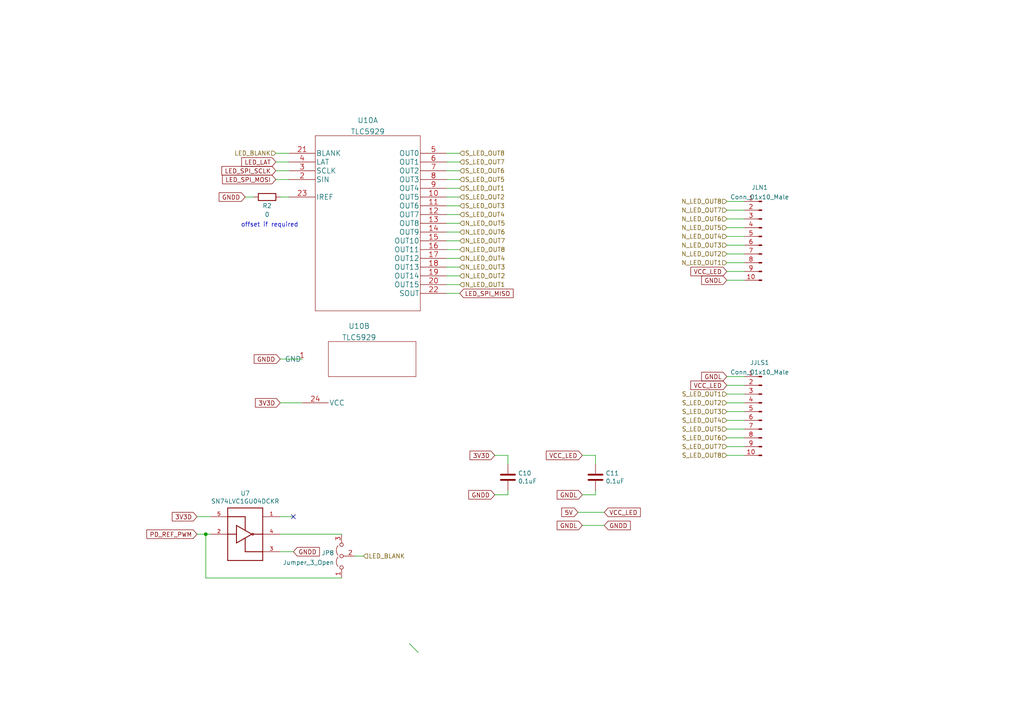
<source format=kicad_sch>
(kicad_sch (version 20211123) (generator eeschema)
  (paper "A4")
  (lib_symbols
    (symbol "Connector:Conn_01x10_Male" (pin_names (offset 1.016) hide)
      (property "Reference" "J" (at 0 12.7 0))
      (property "Value" "Conn_01x10_Male" (at 0 -15.24 0))
      (symbol "Conn_01x10_Male_1_1"
        (polyline (pts (xy 1.27 -12.7) (xy 0.8636 -12.7)) (stroke (width 0.1524)))
        (polyline (pts (xy 1.27 -10.16) (xy 0.8636 -10.16)) (stroke (width 0.1524)))
        (polyline (pts (xy 1.27 -7.62) (xy 0.8636 -7.62)) (stroke (width 0.1524)))
        (polyline (pts (xy 1.27 -5.08) (xy 0.8636 -5.08)) (stroke (width 0.1524)))
        (polyline (pts (xy 1.27 -2.54) (xy 0.8636 -2.54)) (stroke (width 0.1524)))
        (polyline (pts (xy 1.27 0) (xy 0.8636 0)) (stroke (width 0.1524)))
        (polyline (pts (xy 1.27 2.54) (xy 0.8636 2.54)) (stroke (width 0.1524)))
        (polyline (pts (xy 1.27 5.08) (xy 0.8636 5.08)) (stroke (width 0.1524)))
        (polyline (pts (xy 1.27 7.62) (xy 0.8636 7.62)) (stroke (width 0.1524)))
        (polyline (pts (xy 1.27 10.16) (xy 0.8636 10.16)) (stroke (width 0.1524)))
        (rectangle (start 0.8636 -12.573) (end 0 -12.827) (stroke (width 0.1524)) (fill (type outline)))
        (rectangle (start 0.8636 -10.033) (end 0 -10.287) (stroke (width 0.1524)) (fill (type outline)))
        (rectangle (start 0.8636 -7.493) (end 0 -7.747) (stroke (width 0.1524)) (fill (type outline)))
        (rectangle (start 0.8636 -4.953) (end 0 -5.207) (stroke (width 0.1524)) (fill (type outline)))
        (rectangle (start 0.8636 -2.413) (end 0 -2.667) (stroke (width 0.1524)) (fill (type outline)))
        (rectangle (start 0.8636 0.127) (end 0 -0.127) (stroke (width 0.1524)) (fill (type outline)))
        (rectangle (start 0.8636 2.667) (end 0 2.413) (stroke (width 0.1524)) (fill (type outline)))
        (rectangle (start 0.8636 5.207) (end 0 4.953) (stroke (width 0.1524)) (fill (type outline)))
        (rectangle (start 0.8636 7.747) (end 0 7.493) (stroke (width 0.1524)) (fill (type outline)))
        (rectangle (start 0.8636 10.287) (end 0 10.033) (stroke (width 0.1524)) (fill (type outline)))
        (pin passive line (at 5.08 10.16 180) (length 3.81) (name "Pin_1") (number "1"))
        (pin passive line (at 5.08 -12.7 180) (length 3.81) (name "Pin_10") (number "10"))
        (pin passive line (at 5.08 7.62 180) (length 3.81) (name "Pin_2") (number "2"))
        (pin passive line (at 5.08 5.08 180) (length 3.81) (name "Pin_3") (number "3"))
        (pin passive line (at 5.08 2.54 180) (length 3.81) (name "Pin_4") (number "4"))
        (pin passive line (at 5.08 0 180) (length 3.81) (name "Pin_5") (number "5"))
        (pin passive line (at 5.08 -2.54 180) (length 3.81) (name "Pin_6") (number "6"))
        (pin passive line (at 5.08 -5.08 180) (length 3.81) (name "Pin_7") (number "7"))
        (pin passive line (at 5.08 -7.62 180) (length 3.81) (name "Pin_8") (number "8"))
        (pin passive line (at 5.08 -10.16 180) (length 3.81) (name "Pin_9") (number "9"))
      )
    )
    (symbol "Device:C" (pin_numbers hide) (pin_names (offset 0.254))
      (property "Reference" "C" (at 0.635 2.54 0))
      (property "Value" "C" (at 0.635 -2.54 0))
      (symbol "C_0_1"
        (polyline (pts (xy -2.032 -0.762) (xy 2.032 -0.762)) (stroke (width 0.508)))
        (polyline (pts (xy -2.032 0.762) (xy 2.032 0.762)) (stroke (width 0.508)))
      )
      (symbol "C_1_1"
        (pin passive line (at 0 3.81 270) (length 2.794) (name "~") (number "1"))
        (pin passive line (at 0 -3.81 90) (length 2.794) (name "~") (number "2"))
      )
    )
    (symbol "Device:R" (pin_numbers hide) (pin_names (offset 0))
      (property "Reference" "R" (at 2.032 0 90))
      (property "Value" "R" (at 0 0 90))
      (symbol "R_0_1"
        (rectangle (start -1.016 -2.54) (end 1.016 2.54) (stroke (width 0.254)))
      )
      (symbol "R_1_1"
        (pin passive line (at 0 3.81 270) (length 1.27) (name "~") (number "1"))
        (pin passive line (at 0 -3.81 90) (length 1.27) (name "~") (number "2"))
      )
    )
    (symbol "Jumper:Jumper_3_Open" (pin_names (offset 0) hide)
      (property "Reference" "JP" (at -2.54 -2.54 0))
      (property "Value" "Jumper_3_Open" (at 0 2.794 0))
      (symbol "Jumper_3_Open_0_0"
        (circle (center -3.302 0) (radius 0.508))
        (circle (center 0 0) (radius 0.508))
        (circle (center 3.302 0) (radius 0.508))
      )
      (symbol "Jumper_3_Open_0_1"
        (arc (start -0.254 1.016) (mid -1.651 1.4992) (end -3.048 1.016))
        (polyline (pts (xy 0 -0.508) (xy 0 -1.27)))
        (arc (start 3.048 1.016) (mid 1.651 1.4992) (end 0.254 1.016))
      )
      (symbol "Jumper_3_Open_1_1"
        (pin passive line (at -6.35 0 0) (length 2.54) (name "A") (number "1"))
        (pin input line (at 0 -3.81 90) (length 2.54) (name "C") (number "2"))
        (pin passive line (at 6.35 0 180) (length 2.54) (name "B") (number "3"))
      )
    )
    (symbol "Ninja-qPCR:SN74LVC1G04DBVR" (pin_names (offset 1.016) hide)
      (property "Reference" "U" (at -5.08 8.6106 0))
      (property "Value" "Ninja-qPCR_SN74LVC1G04DBVR" (at -5.08 -10.16 0))
      (symbol "SN74LVC1G04DBVR_0_0"
        (polyline (pts (xy -5.08 -7.62) (xy 5.08 -7.62)) (stroke (width 0.254)))
        (polyline (pts (xy -5.08 0) (xy -2.54 0)) (stroke (width 0.254)))
        (polyline (pts (xy -5.08 5.08) (xy 0 5.08)) (stroke (width 0.254)))
        (polyline (pts (xy -5.08 7.62) (xy -5.08 -7.62)) (stroke (width 0.254)))
        (polyline (pts (xy -2.54 -2.54) (xy -2.54 0)) (stroke (width 0.254)))
        (polyline (pts (xy -2.54 0) (xy -2.54 2.54)) (stroke (width 0.254)))
        (polyline (pts (xy -2.54 2.54) (xy 1.905 0)) (stroke (width 0.254)))
        (polyline (pts (xy 0 -5.08) (xy 5.08 -5.08)) (stroke (width 0.254)))
        (polyline (pts (xy 0 -1.143) (xy 0 -5.08)) (stroke (width 0.254)))
        (polyline (pts (xy 0 5.08) (xy 0 1.143)) (stroke (width 0.254)))
        (polyline (pts (xy 1.905 0) (xy -2.54 -2.54)) (stroke (width 0.254)))
        (polyline (pts (xy 2.54 0) (xy 5.08 0)) (stroke (width 0.254)))
        (polyline (pts (xy 5.08 -7.62) (xy 5.08 7.62)) (stroke (width 0.254)))
        (polyline (pts (xy 5.08 7.62) (xy -5.08 7.62)) (stroke (width 0.254)))
        (circle (center 2.1844 0) (radius 0.254) (stroke (width 0.254)))
        (pin passive line (at 10.16 5.08 180) (length 5.08) (name "~") (number "1"))
        (pin input line (at -10.16 0 0) (length 5.08) (name "~") (number "2"))
        (pin power_in line (at 10.16 -5.08 180) (length 5.08) (name "~") (number "3"))
        (pin output line (at 10.16 0 180) (length 5.08) (name "~") (number "4"))
        (pin power_in line (at -10.16 5.08 0) (length 5.08) (name "~") (number "5"))
      )
    )
    (symbol "Ninja-qPCR:TLC5929" (pin_names (offset 0.254))
      (property "Reference" "U" (at 22.86 10.16 0))
      (property "Value" "TLC5929" (at 22.86 7.62 0))
      (symbol "TLC5929_1_1"
        (polyline (pts (xy 7.62 -45.72) (xy 38.1 -45.72)) (stroke (width 0.127)))
        (polyline (pts (xy 7.62 5.08) (xy 7.62 -45.72)) (stroke (width 0.127)))
        (polyline (pts (xy 38.1 -45.72) (xy 38.1 5.08)) (stroke (width 0.127)))
        (polyline (pts (xy 38.1 5.08) (xy 7.62 5.08)) (stroke (width 0.127)))
        (pin output line (at 45.72 -12.7 180) (length 7.62) (name "OUT5") (number "10"))
        (pin output line (at 45.72 -15.24 180) (length 7.62) (name "OUT6") (number "11"))
        (pin output line (at 45.72 -17.78 180) (length 7.62) (name "OUT7") (number "12"))
        (pin output line (at 45.72 -20.32 180) (length 7.62) (name "OUT8") (number "13"))
        (pin output line (at 45.72 -22.86 180) (length 7.62) (name "OUT9") (number "14"))
        (pin output line (at 45.72 -25.4 180) (length 7.62) (name "OUT10") (number "15"))
        (pin output line (at 45.72 -27.94 180) (length 7.62) (name "OUT11") (number "16"))
        (pin output line (at 45.72 -30.48 180) (length 7.62) (name "OUT12") (number "17"))
        (pin output line (at 45.72 -33.02 180) (length 7.62) (name "OUT13") (number "18"))
        (pin output line (at 45.72 -35.56 180) (length 7.62) (name "OUT14") (number "19"))
        (pin input line (at 0 -7.62 0) (length 7.62) (name "SIN") (number "2"))
        (pin output line (at 45.72 -38.1 180) (length 7.62) (name "OUT15") (number "20"))
        (pin input line (at 0 0 0) (length 7.62) (name "BLANK") (number "21"))
        (pin output line (at 45.72 -40.64 180) (length 7.62) (name "SOUT") (number "22"))
        (pin bidirectional line (at 0 -12.7 0) (length 7.62) (name "IREF") (number "23"))
        (pin input line (at 0 -5.08 0) (length 7.62) (name "SCLK") (number "3"))
        (pin input line (at 0 -2.54 0) (length 7.62) (name "LAT") (number "4"))
        (pin output line (at 45.72 0 180) (length 7.62) (name "OUT0") (number "5"))
        (pin output line (at 45.72 -2.54 180) (length 7.62) (name "OUT1") (number "6"))
        (pin output line (at 45.72 -5.08 180) (length 7.62) (name "OUT2") (number "7"))
        (pin output line (at 45.72 -7.62 180) (length 7.62) (name "OUT3") (number "8"))
        (pin output line (at 45.72 -10.16 180) (length 7.62) (name "OUT4") (number "9"))
      )
      (symbol "TLC5929_2_1"
        (polyline (pts (xy 7.62 -5.08) (xy 33.02 -5.08)) (stroke (width 0.127)))
        (polyline (pts (xy 7.62 5.08) (xy 7.62 -5.08)) (stroke (width 0.127)))
        (polyline (pts (xy 33.02 -5.08) (xy 33.02 5.08)) (stroke (width 0.127)))
        (polyline (pts (xy 33.02 5.08) (xy 7.62 5.08)) (stroke (width 0.127)))
        (pin power_in line (at 0 0 180) (length 0) (name "GND") (number "1"))
        (pin power_in line (at 0 -12.7 0) (length 7.62) (name "VCC") (number "24"))
      )
    )
  )
  (junction (at 59.69 154.94))
  (no_connect (at 85.09 149.86))
  (bus_entry (at 118.745 186.69) (size 2.54 2.54))
  (wire (pts (xy 147.32 134.62) (xy 147.32 132.08)))
  (wire (pts (xy 129.54 64.77) (xy 133.35 64.77)))
  (wire (pts (xy 129.54 59.69) (xy 133.35 59.69)))
  (wire (pts (xy 215.9 121.92) (xy 210.82 121.92)))
  (wire (pts (xy 102.87 161.29) (xy 105.41 161.29)))
  (wire (pts (xy 129.54 49.53) (xy 133.35 49.53)))
  (wire (pts (xy 168.91 152.4) (xy 175.26 152.4)))
  (wire (pts (xy 215.9 81.28) (xy 210.82 81.28)))
  (wire (pts (xy 81.28 154.94) (xy 99.06 154.94)))
  (wire (pts (xy 85.09 160.02) (xy 81.28 160.02)))
  (wire (pts (xy 129.54 54.61) (xy 133.35 54.61)))
  (wire (pts (xy 168.91 143.51) (xy 172.72 143.51)))
  (wire (pts (xy 81.28 116.84) (xy 87.63 116.84)))
  (wire (pts (xy 80.01 52.07) (xy 83.82 52.07)))
  (wire (pts (xy 215.9 111.76) (xy 210.82 111.76)))
  (wire (pts (xy 80.01 44.45) (xy 83.82 44.45)))
  (wire (pts (xy 85.09 149.86) (xy 81.28 149.86)))
  (wire (pts (xy 215.9 73.66) (xy 210.82 73.66)))
  (wire (pts (xy 80.01 49.53) (xy 83.82 49.53)))
  (wire (pts (xy 215.9 124.46) (xy 210.82 124.46)))
  (wire (pts (xy 129.54 80.01) (xy 133.35 80.01)))
  (wire (pts (xy 147.32 143.51) (xy 147.32 142.24)))
  (wire (pts (xy 129.54 62.23) (xy 133.35 62.23)))
  (wire (pts (xy 60.96 149.86) (xy 57.15 149.86)))
  (wire (pts (xy 215.9 78.74) (xy 210.82 78.74)))
  (wire (pts (xy 215.9 71.12) (xy 210.82 71.12)))
  (wire (pts (xy 129.54 69.85) (xy 133.35 69.85)))
  (wire (pts (xy 57.15 154.94) (xy 59.69 154.94)))
  (wire (pts (xy 71.12 57.15) (xy 73.66 57.15)))
  (wire (pts (xy 215.9 119.38) (xy 210.82 119.38)))
  (wire (pts (xy 215.9 58.42) (xy 210.82 58.42)))
  (wire (pts (xy 215.9 60.96) (xy 210.82 60.96)))
  (wire (pts (xy 129.54 57.15) (xy 133.35 57.15)))
  (wire (pts (xy 143.51 143.51) (xy 147.32 143.51)))
  (wire (pts (xy 81.28 104.14) (xy 87.63 104.14)))
  (wire (pts (xy 129.54 44.45) (xy 133.35 44.45)))
  (wire (pts (xy 129.54 52.07) (xy 133.35 52.07)))
  (wire (pts (xy 129.54 74.93) (xy 133.35 74.93)))
  (wire (pts (xy 215.9 132.08) (xy 210.82 132.08)))
  (wire (pts (xy 215.9 109.22) (xy 210.82 109.22)))
  (wire (pts (xy 215.9 114.3) (xy 210.82 114.3)))
  (wire (pts (xy 168.91 132.08) (xy 172.72 132.08)))
  (wire (pts (xy 167.64 148.59) (xy 175.26 148.59)))
  (wire (pts (xy 129.54 46.99) (xy 133.35 46.99)))
  (wire (pts (xy 129.54 72.39) (xy 133.35 72.39)))
  (wire (pts (xy 215.9 116.84) (xy 210.82 116.84)))
  (wire (pts (xy 99.06 167.64) (xy 59.69 167.64)))
  (wire (pts (xy 129.54 77.47) (xy 133.35 77.47)))
  (wire (pts (xy 83.82 57.15) (xy 81.28 57.15)))
  (wire (pts (xy 215.9 76.2) (xy 210.82 76.2)))
  (wire (pts (xy 215.9 129.54) (xy 210.82 129.54)))
  (wire (pts (xy 129.54 85.09) (xy 133.35 85.09)))
  (wire (pts (xy 147.32 132.08) (xy 143.51 132.08)))
  (wire (pts (xy 59.69 167.64) (xy 59.69 154.94)))
  (wire (pts (xy 215.9 68.58) (xy 210.82 68.58)))
  (wire (pts (xy 172.72 143.51) (xy 172.72 142.24)))
  (wire (pts (xy 59.69 154.94) (xy 60.96 154.94)))
  (wire (pts (xy 215.9 127) (xy 210.82 127)))
  (wire (pts (xy 129.54 67.31) (xy 133.35 67.31)))
  (wire (pts (xy 129.54 82.55) (xy 133.35 82.55)))
  (wire (pts (xy 215.9 66.04) (xy 210.82 66.04)))
  (wire (pts (xy 215.9 63.5) (xy 210.82 63.5)))
  (wire (pts (xy 172.72 132.08) (xy 172.72 134.62)))
  (wire (pts (xy 80.01 46.99) (xy 83.82 46.99)))
  (text "offset if required" (at 69.85 66.04 0) (effects (font (size 1.27 1.27)) (justify left bottom)))
  (global_label "VCC_LED" (shape input) (at 168.91 132.08 180) (property "Intersheet References" "${INTERSHEET_REFS}" (effects hide)))
  (global_label "GNDL" (shape input) (at 168.91 143.51 180) (property "Intersheet References" "${INTERSHEET_REFS}" (effects hide)))
  (global_label "3V3D" (shape input) (at 57.15 149.86 180) (property "Intersheet References" "${INTERSHEET_REFS}" (effects hide)))
  (global_label "VCC_LED" (shape input) (at 175.26 148.59 0) (property "Intersheet References" "${INTERSHEET_REFS}" (effects hide)))
  (global_label "GNDL" (shape input) (at 168.91 152.4 180) (property "Intersheet References" "${INTERSHEET_REFS}" (effects hide)))
  (global_label "LED_SPI_SCLK" (shape input) (at 80.01 49.53 180) (property "Intersheet References" "${INTERSHEET_REFS}" (effects hide)))
  (global_label "LED_SPI_MOSI" (shape input) (at 80.01 52.07 180) (property "Intersheet References" "${INTERSHEET_REFS}" (effects hide)))
  (global_label "GNDL" (shape input) (at 210.82 81.28 180) (property "Intersheet References" "${INTERSHEET_REFS}" (effects hide)))
  (global_label "LED_SPI_MISO" (shape input) (at 133.35 85.09 0) (property "Intersheet References" "${INTERSHEET_REFS}" (effects hide)))
  (global_label "GNDD" (shape input) (at 81.28 104.14 180) (property "Intersheet References" "${INTERSHEET_REFS}" (effects hide)))
  (global_label "5V" (shape input) (at 167.64 148.59 180) (property "Intersheet References" "${INTERSHEET_REFS}" (effects hide)))
  (global_label "GNDD" (shape input) (at 175.26 152.4 0) (property "Intersheet References" "${INTERSHEET_REFS}" (effects hide)))
  (global_label "GNDD" (shape input) (at 143.51 143.51 180) (property "Intersheet References" "${INTERSHEET_REFS}" (effects hide)))
  (global_label "3V3D" (shape input) (at 143.51 132.08 180) (property "Intersheet References" "${INTERSHEET_REFS}" (effects hide)))
  (global_label "VCC_LED" (shape input) (at 210.82 78.74 180) (property "Intersheet References" "${INTERSHEET_REFS}" (effects hide)))
  (global_label "PD_REF_PWM" (shape input) (at 57.15 154.94 180) (property "Intersheet References" "${INTERSHEET_REFS}" (effects hide)))
  (global_label "GNDD" (shape input) (at 85.09 160.02 0) (property "Intersheet References" "${INTERSHEET_REFS}" (effects hide)))
  (global_label "LED_LAT" (shape input) (at 80.01 46.99 180) (property "Intersheet References" "${INTERSHEET_REFS}" (effects hide)))
  (global_label "GNDL" (shape input) (at 210.82 109.22 180) (property "Intersheet References" "${INTERSHEET_REFS}" (effects hide)))
  (global_label "GNDD" (shape input) (at 71.12 57.15 180) (property "Intersheet References" "${INTERSHEET_REFS}" (effects hide)))
  (global_label "3V3D" (shape input) (at 81.28 116.84 180) (property "Intersheet References" "${INTERSHEET_REFS}" (effects hide)))
  (global_label "VCC_LED" (shape input) (at 210.82 111.76 180) (property "Intersheet References" "${INTERSHEET_REFS}" (effects hide)))
  (hierarchical_label "N_LED_OUT1" (shape input) (at 133.35 82.55 0))
  (hierarchical_label "S_LED_OUT1" (shape input) (at 133.35 54.61 0))
  (hierarchical_label "N_LED_OUT8" (shape input) (at 210.82 58.42 180))
  (hierarchical_label "S_LED_OUT2" (shape input) (at 133.35 57.15 0))
  (hierarchical_label "S_LED_OUT5" (shape input) (at 210.82 124.46 180))
  (hierarchical_label "S_LED_OUT8" (shape input) (at 133.35 44.45 0))
  (hierarchical_label "N_LED_OUT2" (shape input) (at 210.82 73.66 180))
  (hierarchical_label "S_LED_OUT6" (shape input) (at 210.82 127 180))
  (hierarchical_label "N_LED_OUT5" (shape input) (at 210.82 66.04 180))
  (hierarchical_label "N_LED_OUT8" (shape input) (at 133.35 72.39 0))
  (hierarchical_label "N_LED_OUT2" (shape input) (at 133.35 80.01 0))
  (hierarchical_label "LED_BLANK" (shape input) (at 105.41 161.29 0))
  (hierarchical_label "S_LED_OUT3" (shape input) (at 210.82 119.38 180))
  (hierarchical_label "N_LED_OUT3" (shape input) (at 133.35 77.47 0))
  (hierarchical_label "S_LED_OUT7" (shape input) (at 210.82 129.54 180))
  (hierarchical_label "N_LED_OUT6" (shape input) (at 210.82 63.5 180))
  (hierarchical_label "S_LED_OUT1" (shape input) (at 210.82 114.3 180))
  (hierarchical_label "S_LED_OUT4" (shape input) (at 210.82 121.92 180))
  (hierarchical_label "N_LED_OUT3" (shape input) (at 210.82 71.12 180))
  (hierarchical_label "S_LED_OUT4" (shape input) (at 133.35 62.23 0))
  (hierarchical_label "S_LED_OUT8" (shape input) (at 210.82 132.08 180))
  (hierarchical_label "S_LED_OUT6" (shape input) (at 133.35 49.53 0))
  (hierarchical_label "S_LED_OUT3" (shape input) (at 133.35 59.69 0))
  (hierarchical_label "N_LED_OUT1" (shape input) (at 210.82 76.2 180))
  (hierarchical_label "N_LED_OUT4" (shape input) (at 210.82 68.58 180))
  (hierarchical_label "N_LED_OUT5" (shape input) (at 133.35 64.77 0))
  (hierarchical_label "S_LED_OUT5" (shape input) (at 133.35 52.07 0))
  (hierarchical_label "S_LED_OUT2" (shape input) (at 210.82 116.84 180))
  (hierarchical_label "N_LED_OUT4" (shape input) (at 133.35 74.93 0))
  (hierarchical_label "S_LED_OUT7" (shape input) (at 133.35 46.99 0))
  (hierarchical_label "N_LED_OUT7" (shape input) (at 210.82 60.96 180))
  (hierarchical_label "N_LED_OUT7" (shape input) (at 133.35 69.85 0))
  (hierarchical_label "N_LED_OUT6" (shape input) (at 133.35 67.31 0))
  (hierarchical_label "LED_BLANK" (shape input) (at 80.01 44.45 180))
  (symbol (lib_id "Device:C") (at 147.32 138.43 0) (unit 1)
    (property "Reference" "C10" (at 150.241 137.2616 0) (effects (justify left)))
    (property "Value" "0.1uF" (at 150.241 139.573 0) (effects (justify left)))
    (property "Footprint" "Capacitor_SMD:C_0603_1608Metric" (effects hide))
  )
  (symbol (lib_id "Device:C") (at 172.72 138.43 0) (unit 1)
    (property "Reference" "C11" (at 175.641 137.2616 0) (effects (justify left)))
    (property "Value" "0.1uF" (at 175.641 139.573 0) (effects (justify left)))
    (property "Footprint" "Capacitor_SMD:C_0603_1608Metric" (effects hide))
  )
  (symbol (lib_id "Ninja-qPCR:TLC5929") (at 87.63 104.14 0) (unit 2)
    (property "Reference" "U10" (at 104.1717 94.5925 0) (effects (font (size 1.524 1.524))))
    (property "Value" "TLC5929" (at 104.1717 97.8715 0) (effects (font (size 1.524 1.524))))
    (property "Footprint" "Package_SO:HTSSOP-24-1EP_4.4x7.8mm_P0.65mm_EP3.4x7.8mm_Mask2.4x4.68mm_ThermalVias" (effects hide))
  )
  (symbol (lib_id "Ninja-qPCR:SN74LVC1G04DBVR") (at 71.12 154.94 0) (unit 1)
    (property "Reference" "U7" (at 71.12 143.0782 0))
    (property "Value" "SN74LVC1GU04DCKR" (at 71.12 145.3896 0))
    (property "Footprint" "Ninja-qPCR:SN74LVC1GU04DBVR" (effects hide))
    (property "Datasheet" "IPC-7351B" (effects hide))
    (property "Field4" "1.45mm" (effects hide))
    (property "Field5" "AD" (effects hide))
    (property "Field6" "Texas Instruments" (effects hide))
  )
  (symbol (lib_id "Ninja-qPCR:TLC5929") (at 83.82 44.45 0) (unit 1)
    (property "Reference" "U10" (at 106.68 34.9026 0) (effects (font (size 1.524 1.524))))
    (property "Value" "TLC5929" (at 106.68 38.1816 0) (effects (font (size 1.524 1.524))))
    (property "Footprint" "Package_SO:HTSSOP-24-1EP_4.4x7.8mm_P0.65mm_EP3.4x7.8mm_Mask2.4x4.68mm_ThermalVias" (effects hide))
  )
  (symbol (lib_id "Connector:Conn_01x10_Male") (at 220.98 68.58 0) (mirror y) (unit 1)
    (property "Reference" "JLN1" (at 220.345 54.3773 0))
    (property "Value" "Conn_01x10_Male" (at 220.345 57.1524 0))
    (property "Footprint" "Connector_PinSocket_2.54mm:PinSocket_1x10_P2.54mm_Vertical" (effects hide))
  )
  (symbol (lib_id "Connector:Conn_01x10_Male") (at 220.98 119.38 0) (mirror y) (unit 1)
    (property "Reference" "JJLS1" (at 220.345 105.1773 0))
    (property "Value" "Conn_01x10_Male" (at 220.345 107.9524 0))
    (property "Footprint" "Connector_PinSocket_2.54mm:PinSocket_1x10_P2.54mm_Vertical" (effects hide))
  )
  (symbol (lib_id "Device:R") (at 77.47 57.15 270) (unit 1)
    (property "Reference" "R2" (at 77.47 59.69 90))
    (property "Value" "0" (at 77.47 62.23 90))
    (property "Footprint" "Resistor_SMD:R_0603_1608Metric" (effects hide))
  )
  (symbol (lib_id "Jumper:Jumper_3_Open") (at 99.06 161.29 90) (unit 1)
    (property "Reference" "JP8" (at 96.9259 160.3815 90) (effects (justify left)))
    (property "Value" "Jumper_3_Open" (at 96.9259 163.1566 90) (effects (justify left)))
    (property "Footprint" "Jumper:SolderJumper-3_P2.0mm_Open_TrianglePad1.0x1.5mm" (effects hide))
  )
)
</source>
